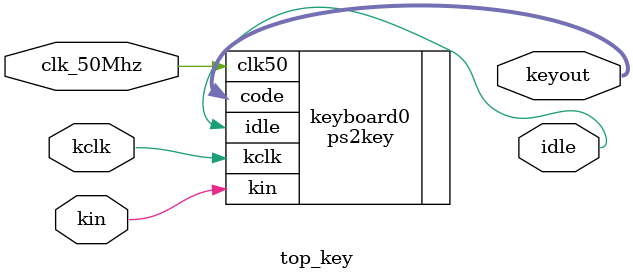
<source format=v>
`timescale 1ns / 1ps
module top_key(clk_50Mhz,kin,kclk,keyout,idle);
	
	input clk_50Mhz, kclk, kin;

	output wire [7:0] keyout;
	output wire idle;
		
	ps2key keyboard0 (
		.clk50(clk_50Mhz),                 
		.kin(kin),                          
		.kclk(kclk),                       
		.code(keyout),
		.idle(idle)
		);
		
endmodule

</source>
